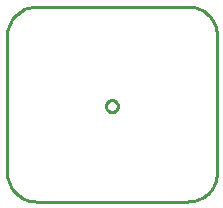
<source format=gbr>
G04 EAGLE Gerber RS-274X export*
G75*
%MOMM*%
%FSLAX34Y34*%
%LPD*%
%IN*%
%IPPOS*%
%AMOC8*
5,1,8,0,0,1.08239X$1,22.5*%
G01*
%ADD10C,0.254000*%


D10*
X0Y25400D02*
X97Y23186D01*
X386Y20989D01*
X865Y18826D01*
X1532Y16713D01*
X2380Y14666D01*
X3403Y12700D01*
X4594Y10831D01*
X5942Y9073D01*
X7440Y7440D01*
X9073Y5942D01*
X10831Y4594D01*
X12700Y3403D01*
X14666Y2380D01*
X16713Y1532D01*
X18826Y865D01*
X20989Y386D01*
X23186Y97D01*
X25400Y0D01*
X152400Y0D01*
X154561Y39D01*
X156710Y266D01*
X158831Y679D01*
X160908Y1276D01*
X162926Y2052D01*
X164868Y3000D01*
X166720Y4114D01*
X168467Y5386D01*
X170098Y6804D01*
X171598Y8360D01*
X172957Y10040D01*
X174165Y11833D01*
X175211Y13723D01*
X176089Y15698D01*
X176792Y17742D01*
X177314Y19839D01*
X177650Y21974D01*
X177800Y24130D01*
X177800Y140970D01*
X177650Y143126D01*
X177314Y145261D01*
X176792Y147358D01*
X176089Y149402D01*
X175211Y151377D01*
X174165Y153267D01*
X172957Y155060D01*
X171598Y156740D01*
X170098Y158296D01*
X168467Y159714D01*
X166719Y160986D01*
X164868Y162100D01*
X162926Y163048D01*
X160908Y163824D01*
X158831Y164421D01*
X156710Y164834D01*
X154561Y165061D01*
X152400Y165100D01*
X25400Y165100D01*
X23186Y165003D01*
X20989Y164714D01*
X18826Y164235D01*
X16713Y163568D01*
X14666Y162720D01*
X12700Y161697D01*
X10831Y160506D01*
X9073Y159158D01*
X7440Y157661D01*
X5942Y156027D01*
X4594Y154269D01*
X3403Y152400D01*
X2380Y150435D01*
X1532Y148387D01*
X865Y146274D01*
X386Y144111D01*
X97Y141914D01*
X0Y139700D01*
X0Y25400D01*
X88709Y75800D02*
X88151Y75863D01*
X87604Y75988D01*
X87074Y76173D01*
X86568Y76417D01*
X86092Y76716D01*
X85653Y77066D01*
X85256Y77463D01*
X84906Y77902D01*
X84607Y78378D01*
X84363Y78884D01*
X84178Y79414D01*
X84053Y79961D01*
X83990Y80519D01*
X83990Y81081D01*
X84053Y81639D01*
X84178Y82186D01*
X84363Y82716D01*
X84607Y83222D01*
X84906Y83698D01*
X85256Y84137D01*
X85653Y84534D01*
X86092Y84884D01*
X86568Y85183D01*
X87074Y85427D01*
X87604Y85612D01*
X88151Y85737D01*
X88709Y85800D01*
X89271Y85800D01*
X89829Y85737D01*
X90376Y85612D01*
X90906Y85427D01*
X91412Y85183D01*
X91888Y84884D01*
X92327Y84534D01*
X92724Y84137D01*
X93074Y83698D01*
X93373Y83222D01*
X93617Y82716D01*
X93802Y82186D01*
X93927Y81639D01*
X93990Y81081D01*
X93990Y80519D01*
X93927Y79961D01*
X93802Y79414D01*
X93617Y78884D01*
X93373Y78378D01*
X93074Y77902D01*
X92724Y77463D01*
X92327Y77066D01*
X91888Y76716D01*
X91412Y76417D01*
X90906Y76173D01*
X90376Y75988D01*
X89829Y75863D01*
X89271Y75800D01*
X88709Y75800D01*
M02*

</source>
